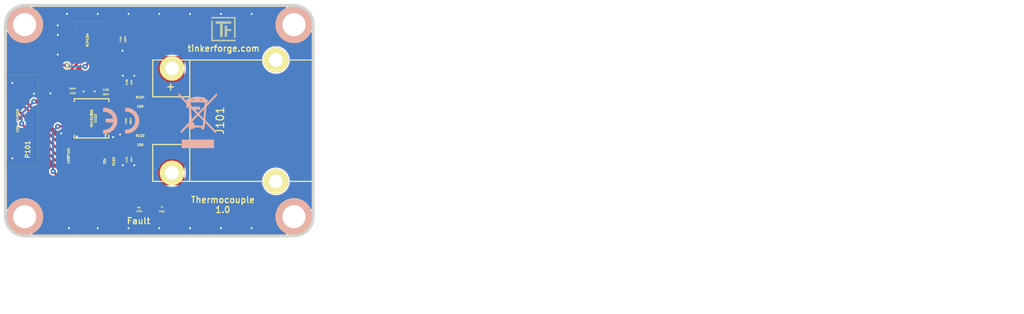
<source format=kicad_pcb>
(kicad_pcb (version 20221018) (generator pcbnew)
  (title_block (title "Thermocouple Bricklet") (date "Do 30 Jul 2015") (rev "1.0") (company "Tinkerforge GmbH") (comment 1 "Licensed under CERN OHL v.1.1") (comment 2 "Copyright (©) 2015, B.Nordmeyer <bastian@tinkerforge.com>"))
  (layers (0 "F.Cu" signal "Vorderseite") (31 "B.Cu" signal "Rückseite") (34 "B.Paste" user) (35 "F.Paste" user) (36 "B.SilkS" user "B.Silkscreen") (37 "F.SilkS" user "F.Silkscreen") (38 "B.Mask" user) (39 "F.Mask" user) (44 "Edge.Cuts" user))
  (net 0 "")
  (net 1 "GND")
  (net 2 "VCC")
  (net 3 "Net-(C104-Pad1)")
  (net 4 "Net-(C105-Pad1)")
  (net 5 "Net-(D101-Pad1)")
  (net 6 "Net-(D101-Pad2)")
  (net 7 "Net-(J101-Pad2)")
  (net 8 "Net-(P101-Pad4)")
  (net 9 "Net-(P101-Pad5)")
  (net 10 "Net-(P101-Pad6)")
  (net 11 "Net-(P101-Pad7)")
  (net 12 "Net-(P101-Pad8)")
  (net 13 "Net-(P101-Pad9)")
  (net 14 "Net-(P101-Pad10)")
  (net 15 "Net-(R102-Pad2)")
  (net 16 "Net-(RP101-Pad1)")
  (net 17 "Net-(RP101-Pad2)")
  (net 18 "Net-(RP101-Pad3)")
  (net 19 "Net-(RP101-Pad4)")
  (net 20 "Net-(J101-Pad1)")
  (footprint "kicad-libraries:Fiducial_Mark" (layer "F.Cu") (at 157.125 152.925)
    (fp_text reference "Fiducial_Mark" hide)
    (fp_text value "VAL**" hide)
    (pad "1" smd circle (at 0 0) (size 1.00076 1.00076) (layers "F.Cu" "F.Mask") (clearance 0.65024))
  )
  (footprint "kicad-libraries:Fiducial_Mark" (layer "F.Cu") (at 183.125 127.425)
    (fp_text reference "Fiducial_Mark" hide)
    (fp_text value "VAL**" hide)
    (pad "1" smd circle (at 0 0) (size 1.00076 1.00076) (layers "F.Cu" "F.Mask") (clearance 0.65024))
  )
  (footprint "kicad-libraries:Fiducial_Mark" (layer "F.Cu") (at 183.125 152.425)
    (fp_text reference "Fiducial_Mark" hide)
    (fp_text value "VAL**" hide)
    (pad "1" smd circle (at 0 0) (size 1.00076 1.00076) (layers "F.Cu" "F.Mask") (clearance 0.65024))
  )
  (footprint "kicad-libraries:0603" (layer "F.Cu") (at 165.325 129.275 -90)
    (fp_text reference "C101" (at 0.05 0.225 270) (layer "F.SilkS") (effects (font (size 0.2 0.2) (thickness 0.05))))
    (fp_text value "100nF" (at 0.05 -0.375 270) (layer "F.SilkS") (effects (font (size 0.2 0.2) (thickness 0.05))))
    (pad "1" smd rect (at -0.8001 0 270) (size 0.8001 0.8001) (layers "F.Cu" "F.Paste" "F.Mask") (net 2 "VCC"))
    (pad "2" smd rect (at 0.8001 0 270) (size 0.8001 0.8001) (layers "F.Cu" "F.Paste" "F.Mask") (net 1 "GND"))
  )
  (footprint "kicad-libraries:0603" (layer "F.Cu") (at 158.825 136.125)
    (fp_text reference "C102" (at 0.05 0.225) (layer "F.SilkS") (effects (font (size 0.2 0.2) (thickness 0.05))))
    (fp_text value "100nF" (at 0.05 -0.375) (layer "F.SilkS") (effects (font (size 0.2 0.2) (thickness 0.05))))
    (pad "1" smd rect (at -0.8001 0) (size 0.8001 0.8001) (layers "F.Cu" "F.Paste" "F.Mask") (net 2 "VCC"))
    (pad "2" smd rect (at 0.8001 0) (size 0.8001 0.8001) (layers "F.Cu" "F.Paste" "F.Mask") (net 1 "GND"))
  )
  (footprint "kicad-libraries:0603" (layer "F.Cu") (at 163.225 136.125 180)
    (fp_text reference "C103" (at 0.05 0.225 180) (layer "F.SilkS") (effects (font (size 0.2 0.2) (thickness 0.05))))
    (fp_text value "100nF" (at 0.05 -0.375 180) (layer "F.SilkS") (effects (font (size 0.2 0.2) (thickness 0.05))))
    (pad "1" smd rect (at -0.8001 0 180) (size 0.8001 0.8001) (layers "F.Cu" "F.Paste" "F.Mask") (net 2 "VCC"))
    (pad "2" smd rect (at 0.8001 0 180) (size 0.8001 0.8001) (layers "F.Cu" "F.Paste" "F.Mask") (net 1 "GND"))
  )
  (footprint "kicad-libraries:0603" (layer "F.Cu") (at 166.125 144.925 -90)
    (fp_text reference "C104" (at 0.05 0.225 270) (layer "F.SilkS") (effects (font (size 0.2 0.2) (thickness 0.05))))
    (fp_text value "10nF" (at 0.05 -0.375 270) (layer "F.SilkS") (effects (font (size 0.2 0.2) (thickness 0.05))))
    (pad "1" smd rect (at -0.8001 0 270) (size 0.8001 0.8001) (layers "F.Cu" "F.Paste" "F.Mask") (net 3 "Net-(C104-Pad1)"))
    (pad "2" smd rect (at 0.8001 0 270) (size 0.8001 0.8001) (layers "F.Cu" "F.Paste" "F.Mask") (net 1 "GND"))
  )
  (footprint "kicad-libraries:0603" (layer "F.Cu") (at 166.025 139.925 -90)
    (fp_text reference "C105" (at 0.05 0.225 270) (layer "F.SilkS") (effects (font (size 0.2 0.2) (thickness 0.05))))
    (fp_text value "100nF" (at 0.05 -0.375 270) (layer "F.SilkS") (effects (font (size 0.2 0.2) (thickness 0.05))))
    (pad "1" smd rect (at -0.8001 0 270) (size 0.8001 0.8001) (layers "F.Cu" "F.Paste" "F.Mask") (net 4 "Net-(C105-Pad1)"))
    (pad "2" smd rect (at 0.8001 0 270) (size 0.8001 0.8001) (layers "F.Cu" "F.Paste" "F.Mask") (net 3 "Net-(C104-Pad1)"))
  )
  (footprint "kicad-libraries:0603" (layer "F.Cu") (at 166.125 134.875 -90)
    (fp_text reference "C106" (at 0.05 0.225 270) (layer "F.SilkS") (effects (font (size 0.2 0.2) (thickness 0.05))))
    (fp_text value "10nF" (at 0.05 -0.375 270) (layer "F.SilkS") (effects (font (size 0.2 0.2) (thickness 0.05))))
    (pad "1" smd rect (at -0.8001 0 270) (size 0.8001 0.8001) (layers "F.Cu" "F.Paste" "F.Mask") (net 1 "GND"))
    (pad "2" smd rect (at 0.8001 0 270) (size 0.8001 0.8001) (layers "F.Cu" "F.Paste" "F.Mask") (net 4 "Net-(C105-Pad1)"))
  )
  (footprint "kicad-libraries:D0603" (layer "F.Cu") (at 167.525 151.525 180)
    (fp_text reference "D101" (at -0.025 -0.2 180) (layer "F.SilkS") (effects (font (size 0.2 0.2) (thickness 0.05))))
    (fp_text value "red" (at 0.075 0.3 180) (layer "F.SilkS") (effects (font (size 0.2 0.2) (thickness 0.05))))
    (pad "1" smd rect (at -0.8001 0 180) (size 0.8001 0.8001) (layers "F.Cu" "F.Paste" "F.Mask") (net 5 "Net-(D101-Pad1)"))
    (pad "2" smd rect (at 0.8001 0 180) (size 0.8001 0.8001) (layers "F.Cu" "F.Paste" "F.Mask") (net 6 "Net-(D101-Pad2)"))
  )
  (footprint "kicad-libraries:PCC_SMP" (layer "F.Cu") (at 178.525 139.925 -90)
    (fp_text reference "J101" (at 0 0.5 270) (layer "F.SilkS"))
    (fp_text value "THERM")
    (fp_text user "+" (at -4.4 7 270) (layer "F.SilkS"))
    (pad "" thru_hole circle (at -7.9 -6.75 270) (size 3.2 3.2) (drill 1.77) (layers "*.Cu" "*.Mask" "F.SilkS"))
    (pad "" thru_hole circle (at 7.9 -6.75 270) (size 3.2 3.2) (drill 1.77) (layers "*.Cu" "*.Mask" "F.SilkS"))
    (pad "1" thru_hole circle (at -6.8 6.75 270) (size 3.2 3.2) (drill 1.77) (layers "*.Cu" "*.Mask" "F.SilkS") (net 20 "Net-(J101-Pad1)"))
    (pad "2" thru_hole circle (at 6.8 6.75 270) (size 3.2 3.2) (drill 1.77) (layers "*.Cu" "*.Mask" "F.SilkS") (net 7 "Net-(J101-Pad2)"))
  )
  (footprint "kicad-libraries:CON-SENSOR" (layer "F.Cu") (at 150.125 139.925 -90)
    (fp_text reference "P101" (at 3.75 -2.9 270) (layer "F.SilkS") (effects (font (size 0.59944 0.59944) (thickness 0.12446))))
    (fp_text value "CON-SENSOR" (at 0 -1.6002 270) (layer "F.SilkS") (effects (font (size 0.29972 0.29972) (thickness 0.07112))))
    (pad "1" smd rect (at -4.50088 -4.7752 270) (size 0.59944 1.5494) (layers "F.Cu" "F.Paste" "F.Mask"))
    (pad "2" smd rect (at -3.50012 -4.7752 270) (size 0.59944 1.5494) (layers "F.Cu" "F.Paste" "F.Mask") (net 1 "GND"))
    (pad "3" smd rect (at -2.49936 -4.7752 270) (size 0.59944 1.5494) (layers "F.Cu" "F.Paste" "F.Mask") (net 2 "VCC"))
    (pad "4" smd rect (at -1.50114 -4.7752 270) (size 0.59944 1.5494) (layers "F.Cu" "F.Paste" "F.Mask") (net 8 "Net-(P101-Pad4)"))
    (pad "5" smd rect (at -0.50038 -4.7752 270) (size 0.59944 1.5494) (layers "F.Cu" "F.Paste" "F.Mask") (net 9 "Net-(P101-Pad5)"))
    (pad "6" smd rect (at 0.50038 -4.7752 270) (size 0.59944 1.5494) (layers "F.Cu" "F.Paste" "F.Mask") (net 10 "Net-(P101-Pad6)"))
    (pad "7" smd rect (at 1.50114 -4.7752 270) (size 0.59944 1.5494) (layers "F.Cu" "F.Paste" "F.Mask") (net 11 "Net-(P101-Pad7)"))
    (pad "8" smd rect (at 2.49936 -4.7752 270) (size 0.59944 1.5494) (layers "F.Cu" "F.Paste" "F.Mask") (net 12 "Net-(P101-Pad8)"))
    (pad "9" smd rect (at 3.50012 -4.7752 270) (size 0.59944 1.5494) (layers "F.Cu" "F.Paste" "F.Mask") (net 13 "Net-(P101-Pad9)"))
    (pad "10" smd rect (at 4.50088 -4.7752 270) (size 0.59944 1.5494) (layers "F.Cu" "F.Paste" "F.Mask") (net 14 "Net-(P101-Pad10)"))
    (pad "EP" smd rect (at -5.79882 -0.89916 270) (size 1.19888 1.80086) (layers "F.Cu" "F.Paste" "F.Mask") (net 1 "GND"))
    (pad "EP" smd rect (at 5.79882 -0.89916 270) (size 1.19888 1.80086) (layers "F.Cu" "F.Paste" "F.Mask") (net 1 "GND"))
  )
  (footprint "kicad-libraries:0603" (layer "F.Cu") (at 170.425 151.525)
    (fp_text reference "R101" (at 0.05 0.225) (layer "F.SilkS") (effects (font (size 0.2 0.2) (thickness 0.05))))
    (fp_text value "1k" (at 0.05 -0.375) (layer "F.SilkS") (effects (font (size 0.2 0.2) (thickness 0.05))))
    (pad "1" smd rect (at -0.8001 0) (size 0.8001 0.8001) (layers "F.Cu" "F.Paste" "F.Mask") (net 5 "Net-(D101-Pad1)"))
    (pad "2" smd rect (at 0.8001 0) (size 0.8001 0.8001) (layers "F.Cu" "F.Paste" "F.Mask") (net 2 "VCC"))
  )
  (footprint "kicad-libraries:1206" (layer "F.Cu") (at 163.675 145.225 90)
    (fp_text reference "R102" (at 0 0.5375 90) (layer "F.SilkS") (effects (font (size 0.3 0.3) (thickness 0.075))))
    (fp_text value "20k" (at 0 -0.65 90) (layer "F.SilkS") (effects (font (size 0.3 0.3) (thickness 0.075))))
    (pad "1" smd rect (at -1.50114 0 90) (size 1.00076 1.6002) (layers "F.Cu" "F.Paste" "F.Mask") (net 7 "Net-(J101-Pad2)"))
    (pad "2" smd rect (at 1.50114 0 90) (size 1.00076 1.6002) (layers "F.Cu" "F.Paste" "F.Mask") (net 15 "Net-(R102-Pad2)"))
  )
  (footprint "kicad-libraries:1206" (layer "F.Cu") (at 167.625 142.425 180)
    (fp_text reference "R103" (at 0 0.5375 180) (layer "F.SilkS") (effects (font (size 0.3 0.3) (thickness 0.075))))
    (fp_text value "100" (at 0 -0.65 180) (layer "F.SilkS") (effects (font (size 0.3 0.3) (thickness 0.075))))
    (pad "1" smd rect (at -1.50114 0 180) (size 1.00076 1.6002) (layers "F.Cu" "F.Paste" "F.Mask") (net 7 "Net-(J101-Pad2)"))
    (pad "2" smd rect (at 1.50114 0 180) (size 1.00076 1.6002) (layers "F.Cu" "F.Paste" "F.Mask") (net 3 "Net-(C104-Pad1)"))
  )
  (footprint "kicad-libraries:1206" (layer "F.Cu") (at 167.625 137.425 180)
    (fp_text reference "R104" (at 0 0.5375 180) (layer "F.SilkS") (effects (font (size 0.3 0.3) (thickness 0.075))))
    (fp_text value "100" (at 0 -0.65 180) (layer "F.SilkS") (effects (font (size 0.3 0.3) (thickness 0.075))))
    (pad "1" smd rect (at -1.50114 0 180) (size 1.00076 1.6002) (layers "F.Cu" "F.Paste" "F.Mask") (net 20 "Net-(J101-Pad1)"))
    (pad "2" smd rect (at 1.50114 0 180) (size 1.00076 1.6002) (layers "F.Cu" "F.Paste" "F.Mask") (net 4 "Net-(C105-Pad1)"))
  )
  (footprint "kicad-libraries:0603X4" (layer "F.Cu") (at 158.325 144.125 -90)
    (fp_text reference "RP101" (at 0 0 270) (layer "F.SilkS") (effects (font (size 0.29972 0.29972) (thickness 0.0762))))
    (fp_text value "100" (at 1.00076 0 270) (layer "F.SilkS") (effects (font (size 0.29972 0.29972) (thickness 0.0762))))
    (pad "1" smd rect (at 1.19888 -0.8509 270) (size 0.44958 0.89916) (layers "F.Cu" "F.Paste" "F.Mask") (net 16 "Net-(RP101-Pad1)"))
    (pad "2" smd rect (at 0.39878 -0.8509 270) (size 0.44958 0.89916) (layers "F.Cu" "F.Paste" "F.Mask") (net 17 "Net-(RP101-Pad2)"))
    (pad "3" smd rect (at -0.39878 -0.8509 270) (size 0.44958 0.89916) (layers "F.Cu" "F.Paste" "F.Mask") (net 18 "Net-(RP101-Pad3)"))
    (pad "4" smd rect (at -1.19888 -0.8509 270) (size 0.44958 0.89916) (layers "F.Cu" "F.Paste" "F.Mask") (net 19 "Net-(RP101-Pad4)"))
    (pad "5" smd rect (at -1.19888 0.8509 270) (size 0.44958 0.89916) (layers "F.Cu" "F.Paste" "F.Mask") (net 11 "Net-(P101-Pad7)"))
    (pad "6" smd rect (at -0.39878 0.8509 270) (size 0.44958 0.89916) (layers "F.Cu" "F.Paste" "F.Mask") (net 12 "Net-(P101-Pad8)"))
    (pad "7" smd rect (at 0.39878 0.8509 270) (size 0.44958 0.89916) (layers "F.Cu" "F.Paste" "F.Mask") (net 13 "Net-(P101-Pad9)"))
    (pad "8" smd rect (at 1.19888 0.8509 270) (size 0.44958 0.89916) (layers "F.Cu" "F.Paste" "F.Mask") (net 14 "Net-(P101-Pad10)"))
  )
  (footprint "kicad-libraries:SOIC8" (layer "F.Cu") (at 160.775 129.425 -90)
    (fp_text reference "U101" (at 3.29946 2.60096 270) (layer "F.SilkS") (effects (font (size 0.29972 0.29972) (thickness 0.0762))))
    (fp_text value "M24C64" (at 0 0 270) (layer "F.SilkS") (effects (font (size 0.29972 0.29972) (thickness 0.0762))))
    (pad "1" smd rect (at -1.90246 2.69748 90) (size 0.59944 1.5494) (layers "F.Cu" "F.Paste" "F.Mask") (net 1 "GND"))
    (pad "2" smd rect (at -0.63246 2.69748 90) (size 0.59944 1.5494) (layers "F.Cu" "F.Paste" "F.Mask") (net 1 "GND"))
    (pad "3" smd rect (at 0.63246 2.69748 90) (size 0.59944 1.5494) (layers "F.Cu" "F.Paste" "F.Mask") (net 10 "Net-(P101-Pad6)"))
    (pad "4" smd rect (at 1.90246 2.69748 90) (size 0.59944 1.5494) (layers "F.Cu" "F.Paste" "F.Mask") (net 1 "GND"))
    (pad "5" smd rect (at 1.90246 -2.69748 270) (size 0.59944 1.5494) (layers "F.Cu" "F.Paste" "F.Mask") (net 9 "Net-(P101-Pad5)"))
    (pad "6" smd rect (at 0.63246 -2.69748 270) (size 0.59944 1.5494) (layers "F.Cu" "F.Paste" "F.Mask") (net 8 "Net-(P101-Pad4)"))
    (pad "7" smd rect (at -0.63246 -2.69748 270) (size 0.59944 1.5494) (layers "F.Cu" "F.Paste" "F.Mask"))
    (pad "8" smd rect (at -1.90246 -2.69748 270) (size 0.59944 1.5494) (layers "F.Cu" "F.Paste" "F.Mask") (net 2 "VCC"))
  )
  (footprint "kicad-libraries:TSSOP14" (layer "F.Cu") (at 161.325 139.625 90)
    (fp_text reference "U102" (at 0 0.50038 90) (layer "F.SilkS") (effects (font (size 0.29972 0.29972) (thickness 0.0762))))
    (fp_text value "MAX31856" (at 0 0 90) (layer "F.SilkS") (effects (font (size 0.29972 0.29972) (thickness 0.0762))))
    (pad "1" smd rect (at -1.94818 2.79908 270) (size 0.29972 1.5494) (layers "F.Cu" "F.Paste" "F.Mask") (net 1 "GND"))
    (pad "2" smd rect (at -1.29794 2.79908 270) (size 0.29972 1.5494) (layers "F.Cu" "F.Paste" "F.Mask") (net 15 "Net-(R102-Pad2)"))
    (pad "3" smd rect (at -0.6477 2.79908 270) (size 0.29972 1.5494) (layers "F.Cu" "F.Paste" "F.Mask") (net 3 "Net-(C104-Pad1)"))
    (pad "4" smd rect (at 0 2.79908 270) (size 0.29972 1.5494) (layers "F.Cu" "F.Paste" "F.Mask") (net 4 "Net-(C105-Pad1)"))
    (pad "5" smd rect (at 0.6477 2.79908 270) (size 0.29972 1.5494) (layers "F.Cu" "F.Paste" "F.Mask") (net 2 "VCC"))
    (pad "6" smd rect (at 1.29794 2.79908 270) (size 0.29972 1.5494) (layers "F.Cu" "F.Paste" "F.Mask"))
    (pad "7" smd rect (at 1.94818 2.79908 270) (size 0.29972 1.5494) (layers "F.Cu" "F.Paste" "F.Mask"))
    (pad "8" smd rect (at 1.94818 -2.79908 90) (size 0.29972 1.5494) (layers "F.Cu" "F.Paste" "F.Mask") (net 2 "VCC"))
    (pad "9" smd rect (at 1.29794 -2.79908 90) (size 0.29972 1.5494) (layers "F.Cu" "F.Paste" "F.Mask") (net 16 "Net-(RP101-Pad1)"))
    (pad "10" smd rect (at 0.6477 -2.79908 90) (size 0.29972 1.5494) (layers "F.Cu" "F.Paste" "F.Mask") (net 17 "Net-(RP101-Pad2)"))
    (pad "11" smd rect (at 0 -2.79908 90) (size 0.29972 1.5494) (layers "F.Cu" "F.Paste" "F.Mask") (net 18 "Net-(RP101-Pad3)"))
    (pad "12" smd rect (at -0.6477 -2.79908 90) (size 0.29972 1.5494) (layers "F.Cu" "F.Paste" "F.Mask") (net 19 "Net-(RP101-Pad4)"))
    (pad "13" smd rect (at -1.29794 -2.79908 90) (size 0.29972 1.5494) (layers "F.Cu" "F.Paste" "F.Mask") (net 6 "Net-(D101-Pad2)"))
    (pad "14" smd rect (at -1.94818 -2.79908 90) (size 0.29972 1.5494) (layers "F.Cu" "F.Paste" "F.Mask") (net 1 "GND"))
  )
  (footprint "kicad-libraries:DRILL_NP" (layer "F.Cu") (at 152.625 127.425)
    (fp_text reference "U103" hide)
    (fp_text value "DRILL" hide)
    (pad "" np_thru_hole circle (at 0 0) (size 2.99974 2.99974) (drill 2.99974) (layers "*.Cu" "*.Mask" "F.SilkS") (clearance 0.89916))
  )
  (footprint "kicad-libraries:DRILL_NP" (layer "F.Cu") (at 152.625 152.425)
    (fp_text reference "U104" hide)
    (fp_text value "DRILL" hide)
    (pad "" np_thru_hole circle (at 0 0) (size 2.99974 2.99974) (drill 2.99974) (layers "*.Cu" "*.Mask" "F.SilkS") (clearance 0.89916))
  )
  (footprint "kicad-libraries:DRILL_NP" (layer "F.Cu") (at 187.625 152.425)
    (fp_text reference "U105" hide)
    (fp_text value "DRILL" hide)
    (pad "" np_thru_hole circle (at 0 0) (size 2.99974 2.99974) (drill 2.99974) (layers "*.Cu" "*.Mask" "F.SilkS") (clearance 0.89916))
  )
  (footprint "kicad-libraries:DRILL_NP" (layer "F.Cu") (at 187.625 127.425)
    (fp_text reference "U106" hide)
    (fp_text value "DRILL" hide)
    (pad "" np_thru_hole circle (at 0 0) (size 2.99974 2.99974) (drill 2.99974) (layers "*.Cu" "*.Mask" "F.SilkS") (clearance 0.89916))
  )
  (footprint "kicad-libraries:Logo_31x31" (layer "F.Cu") (at 176.875 126.425)
    (fp_text reference "G***" hide)
    (fp_text value "Logo_31x31" hide)
  )
  (footprint "kicad-libraries:CE_5mm" (layer "B.Cu") (at 165.125 139.925 180)
    (fp_text reference "VAL" hide)
    (fp_text value "CE_5mm" hide)
  )
  (footprint "kicad-libraries:WEEE_7mm" (layer "B.Cu") (at 175.125 139.925 180)
    (fp_text reference "G***" hide)
    (fp_text value "LOGO" hide)
  )
  (gr_line (start 187.625 154.925) (end 152.625 154.925) (stroke (width 0.381)) (layer "Edge.Cuts"))
  (gr_arc (start 190.125 152.425) (mid 189.392767 154.192767) (end 187.625 154.925) (stroke (width 0.381)) (layer "Edge.Cuts"))
  (gr_arc (start 150.125 127.425) (mid 150.857233 125.657233) (end 152.625 124.925) (stroke (width 0.381)) (layer "Edge.Cuts"))
  (gr_line (start 190.125 127.425) (end 190.125 152.425) (stroke (width 0.381)) (layer "Edge.Cuts"))
  (gr_arc (start 187.625 124.925) (mid 189.392767 125.657233) (end 190.125 127.425) (stroke (width 0.381)) (layer "Edge.Cuts"))
  (gr_line (start 150.125 152.425) (end 150.125 127.425) (stroke (width 0.381)) (layer "Edge.Cuts"))
  (gr_line (start 152.625 124.925) (end 187.625 124.925) (stroke (width 0.381)) (layer "Edge.Cuts"))
  (gr_arc (start 152.625 154.925) (mid 150.857233 154.192767) (end 150.125 152.425) (stroke (width 0.381)) (layer "Edge.Cuts"))
  (gr_text "Thermocouple\n1.0" (at 178.375 150.875) (layer "F.SilkS") (effects (font (size 0.8 0.8))))
  (gr_text "tinkerforge.com" (at 178.475 130.525) (layer "F.SilkS") (effects (font (size 0.8001 0.8001) (thickness 0.14986))))
  (gr_text "Fault" (at 167.425 152.975) (layer "F.SilkS") (effects (font (size 0.8 0.8) (thickness 0.14986))))
  (segment (start 159.02318 141.57318) (end 159.425 141.975) (width 0.29972) (layer "F.Cu") (net 1))
  (segment (start 157.37682 141.57318) (end 157.375 141.575) (width 0.29972) (layer "F.Cu") (net 1))
  (segment (start 155.92512 136.42488) (end 155.975 136.375) (width 0.29972) (layer "F.Cu") (net 1))
  (segment (start 153.82512 136.42488) (end 153.825 136.425) (width 0.29972) (layer "F.Cu") (net 1))
  (segment (start 151.02416 144.82584) (end 151.025 144.825) (width 0.29972) (layer "F.Cu") (net 1))
  (segment (start 151.02416 135.02416) (end 151.025 135.025) (width 0.29972) (layer "F.Cu") (net 1))
  (segment (start 156.94254 128.79254) (end 156.925 128.775) (width 0.29972) (layer "F.Cu") (net 1))
  (segment (start 156.92746 127.52254) (end 156.925 127.525) (width 0.29972) (layer "F.Cu") (net 1))
  (segment (start 156.92746 131.32746) (end 156.925 131.325) (width 0.29972) (layer "F.Cu") (net 1))
  (segment (start 164.87318 141.57318) (end 165.025 141.725) (width 0.29972) (layer "F.Cu") (net 1))
  (segment (start 164.12408 142.07408) (end 164.125 142.075) (width 0.29972) (layer "F.Cu") (net 1))
  (segment (start 165.3751 145.7251) (end 165.375 145.725) (width 0.59944) (layer "F.Cu") (net 1))
  (segment (start 166.8749 145.7251) (end 166.875 145.725) (width 0.59944) (layer "F.Cu") (net 1))
  (segment (start 165.3751 134.0749) (end 165.375 134.075) (width 0.59944) (layer "F.Cu") (net 1))
  (segment (start 166.8749 134.0749) (end 166.875 134.075) (width 0.59944) (layer "F.Cu") (net 1))
  (segment (start 174.125 153.925) (end 178.125 153.925) (width 0.29972) (layer "F.Cu") (net 1))
  (segment (start 178.125 126.025) (end 182.125 126.025) (width 0.29972) (layer "F.Cu") (net 1))
  (segment (start 166.125 126.025) (end 162.125 126.025) (width 0.29972) (layer "F.Cu") (net 1))
  (segment (start 159.6251 136.125) (end 160.275 136.125) (width 0.29972) (layer "F.Cu") (net 1))
  (segment (start 158.52592 141.57318) (end 157.37682 141.57318) (width 0.29972) (layer "F.Cu") (net 1))
  (segment (start 151.02416 145.72382) (end 151.02416 144.82584) (width 0.29972) (layer "F.Cu") (net 1))
  (segment (start 164.12408 141.57318) (end 164.87318 141.57318) (width 0.29972) (layer "F.Cu") (net 1))
  (segment (start 154.9002 136.42488) (end 155.92512 136.42488) (width 0.29972) (layer "F.Cu") (net 1))
  (segment (start 166.125 153.925) (end 170.125 153.925) (width 0.29972) (layer "F.Cu") (net 1))
  (segment (start 166.125 145.7251) (end 165.3751 145.7251) (width 0.59944) (layer "F.Cu") (net 1))
  (segment (start 166.125 134.0749) (end 165.3751 134.0749) (width 0.59944) (layer "F.Cu") (net 1))
  (segment (start 158.07752 127.52254) (end 156.92746 127.52254) (width 0.29972) (layer "F.Cu") (net 1))
  (segment (start 154.9002 136.42488) (end 153.82512 136.42488) (width 0.29972) (layer "F.Cu") (net 1))
  (segment (start 165.325 130.0751) (end 165.325 130.825) (width 0.29972) (layer "F.Cu") (net 1))
  (segment (start 151.02416 134.12618) (end 151.02416 135.02416) (width 0.29972) (layer "F.Cu") (net 1))
  (segment (start 158.07752 128.79254) (end 156.94254 128.79254) (width 0.29972) (layer "F.Cu") (net 1))
  (segment (start 162.4249 136.125) (end 161.725 136.125) (width 0.29972) (layer "F.Cu") (net 1))
  (segment (start 166.125 134.0749) (end 166.8749 134.0749) (width 0.59944) (layer "F.Cu") (net 1))
  (segment (start 166.8749 145.7251) (end 166.125 145.7251) (width 0.59944) (layer "F.Cu") (net 1))
  (segment (start 170.125 126.025) (end 174.125 126.025) (width 0.29972) (layer "F.Cu") (net 1))
  (segment (start 158.07752 131.32746) (end 156.92746 131.32746) (width 0.29972) (layer "F.Cu") (net 1))
  (segment (start 164.12408 141.57318) (end 164.12408 142.07408) (width 0.29972) (layer "F.Cu") (net 1))
  (segment (start 158.52592 141.57318) (end 159.02318 141.57318) (width 0.29972) (layer "F.Cu") (net 1))
  (segment (start 158.375 153.925) (end 162.125 153.925) (width 0.29972) (layer "F.Cu") (net 1))
  (via (at 174.125 126.025) (size 0.70104) (drill 0.24892) (layers "F.Cu" "B.Cu") (net 1))
  (via (at 158.125 126.025) (size 0.70104) (drill 0.24892) (layers "F.Cu" "B.Cu") (net 1))
  (via (at 156.925 131.325) (size 0.70104) (drill 0.24892) (layers "F.Cu" "B.Cu") (net 1))
  (via (at 178.125 126.025) (size 0.70104) (drill 0.24892) (layers "F.Cu" "B.Cu") (net 1))
  (via (at 166.875 145.725) (size 0.70104) (drill 0.24892) (layers "F.Cu" "B.Cu") (net 1))
  (via (at 159.425 141.975) (size 0.70104) (drill 0.24892) (layers "F.Cu" "B.Cu") (net 1))
  (via (at 157.375 141.575) (size 0.70104) (drill 0.24892) (layers "F.Cu" "B.Cu") (net 1))
  (via (at 158.375 153.925) (size 0.70104) (drill 0.24892) (layers "F.Cu" "B.Cu") (net 1))
  (via (at 161.725 136.125) (size 0.70104) (drill 0.24892) (layers "F.Cu" "B.Cu") (net 1))
  (via (at 166.125 153.925) (size 0.70104) (drill 0.24892) (layers "F.Cu" "B.Cu") (net 1))
  (via (at 165.025 141.725) (size 0.70104) (drill 0.24892) (layers "F.Cu" "B.Cu") (net 1))
  (via (at 151.025 144.825) (size 0.70104) (drill 0.24892) (layers "F.Cu" "B.Cu") (net 1))
  (via (at 182.125 153.925) (size 0.70104) (drill 0.24892) (layers "F.Cu" "B.Cu") (net 1))
  (via (at 165.325 130.825) (size 0.70104) (drill 0.24892) (layers "F.Cu" "B.Cu") (net 1))
  (via (at 166.125 126.025) (size 0.70104) (drill 0.24892) (layers "F.Cu" "B.Cu") (net 1))
  (via (at 170.125 126.025) (size 0.70104) (drill 0.24892) (layers "F.Cu" "B.Cu") (net 1))
  (via (at 174.125 153.925) (size 0.70104) (drill 0.24892) (layers "F.Cu" "B.Cu") (net 1))
  (via (at 166.875 134.075) (size 0.70104) (drill 0.24892) (layers "F.Cu" "B.Cu") (net 1))
  (via (at 162.125 126.025) (size 0.70104) (drill 0.24892) (layers "F.Cu" "B.Cu") (net 1))
  (via (at 178.125 153.925) (size 0.70104) (drill 0.24892) (layers "F.Cu" "B.Cu") (net 1))
  (via (at 155.975 136.375) (size 0.70104) (drill 0.24892) (layers "F.Cu" "B.Cu") (net 1))
  (via (at 156.925 127.525) (size 0.70104) (drill 0.24892) (layers "F.Cu" "B.Cu") (net 1))
  (via (at 165.375 134.075) (size 0.70104) (drill 0.24892) (layers "F.Cu" "B.Cu") (net 1))
  (via (at 162.125 153.925) (size 0.70104) (drill 0.24892) (layers "F.Cu" "B.Cu") (net 1))
  (via (at 153.825 136.425) (size 0.70104) (drill 0.24892) (layers "F.Cu" "B.Cu") (net 1))
  (via (at 165.375 145.725) (size 0.70104) (drill 0.24892) (layers "F.Cu" "B.Cu") (net 1))
  (via (at 156.925 128.775) (size 0.70104) (drill 0.24892) (layers "F.Cu" "B.Cu") (net 1))
  (via (at 170.125 153.925) (size 0.70104) (drill 0.24892) (layers "F.Cu" "B.Cu") (net 1))
  (via (at 160.275 136.125) (size 0.70104) (drill 0.24892) (layers "F.Cu" "B.Cu") (net 1))
  (via (at 151.025 135.025) (size 0.70104) (drill 0.24892) (layers "F.Cu" "B.Cu") (net 1))
  (via (at 164.125 142.075) (size 0.70104) (drill 0.24892) (layers "F.Cu" "B.Cu") (net 1))
  (via (at 182.125 126.025) (size 0.70104) (drill 0.24892) (layers "F.Cu" "B.Cu") (net 1))
  (segment (start 166.875 150.675) (end 170.125 153.925) (width 0.29972) (layer "B.Cu") (net 1))
  (segment (start 166.125 153.925) (end 162.125 153.925) (width 0.29972) (layer "B.Cu") (net 1))
  (segment (start 167.875 130.825) (end 170.125 128.575) (width 0.29972) (layer "B.Cu") (net 1))
  (segment (start 170.125 128.575) (end 170.125 126.025) (width 0.29972) (layer "B.Cu") (net 1))
  (segment (start 174.125 126.025) (end 178.125 126.025) (width 0.29972) (layer "B.Cu") (net 1))
  (segment (start 162.125 126.025) (end 158.125 126.025) (width 0.29972) (layer "B.Cu") (net 1))
  (segment (start 170.125 153.925) (end 174.125 153.925) (width 0.29972) (layer "B.Cu") (net 1))
  (segment (start 182.125 153.925) (end 178.125 153.925) (width 0.29972) (layer "B.Cu") (net 1))
  (segment (start 166.875 145.725) (end 166.875 150.675) (width 0.29972) (layer "B.Cu") (net 1))
  (segment (start 170.125 126.025) (end 166.125 126.025) (width 0.29972) (layer "B.Cu") (net 1))
  (segment (start 165.325 130.825) (end 167.875 130.825) (width 0.29972) (layer "B.Cu") (net 1))
  (segment (start 158.0249 137.1758) (end 158.52592 137.67682) (width 0.29972) (layer "F.Cu") (net 2))
  (segment (start 163.2273 138.9773) (end 162.875 138.625) (width 0.29972) (layer "F.Cu") (net 2))
  (segment (start 162.875 138.625) (end 162.875 137.375) (width 0.29972) (layer "F.Cu") (net 2))
  (segment (start 162.875 137.375) (end 164.0251 136.2249) (width 0.29972) (layer "F.Cu") (net 2))
  (segment (start 164.0251 136.2249) (end 164.0251 136.125) (width 0.29972) (layer "F.Cu") (net 2))
  (segment (start 156.07436 137.42564) (end 156.725 136.775) (width 0.29972) (layer "F.Cu") (net 2))
  (segment (start 157.375 136.125) (end 158.0249 136.125) (width 0.29972) (layer "F.Cu") (net 2))
  (segment (start 156.725 136.775) (end 157.375 136.125) (width 0.29972) (layer "F.Cu") (net 2))
  (segment (start 156.725 135.625) (end 157.525 134.825) (width 0.29972) (layer "F.Cu") (net 2))
  (segment (start 157.525 134.825) (end 162.7251 134.825) (width 0.29972) (layer "F.Cu") (net 2))
  (segment (start 165.4749 128.4749) (end 166.475 129.475) (width 0.29972) (layer "F.Cu") (net 2))
  (segment (start 166.475 129.475) (end 166.475 131.0751) (width 0.29972) (layer "F.Cu") (net 2))
  (segment (start 166.475 131.0751) (end 162.7251 134.825) (width 0.29972) (layer "F.Cu") (net 2))
  (segment (start 153.82564 137.42564) (end 153.825 137.425) (width 0.29972) (layer "F.Cu") (net 2))
  (segment (start 152.225 140.325) (end 152.875 140.975) (width 0.29972) (layer "F.Cu") (net 2))
  (segment (start 152.875 140.975) (end 152.875 146.325) (width 0.29972) (layer "F.Cu") (net 2))
  (segment (start 152.875 146.325) (end 159.575 153.025) (width 0.29972) (layer "F.Cu") (net 2))
  (segment (start 159.575 153.025) (end 170.425 153.025) (width 0.29972) (layer "F.Cu") (net 2))
  (segment (start 170.425 153.025) (end 171.2251 152.2249) (width 0.29972) (layer "F.Cu") (net 2))
  (segment (start 171.2251 152.2249) (end 171.2251 151.525) (width 0.29972) (layer "F.Cu") (net 2))
  (segment (start 164.37264 127.52254) (end 165.325 128.4749) (width 0.29972) (layer "F.Cu") (net 2))
  (segment (start 164.0251 135.5251) (end 163.325 134.825) (width 0.29972) (layer "F.Cu") (net 2))
  (segment (start 163.325 134.825) (end 162.7251 134.825) (width 0.29972) (layer "F.Cu") (net 2))
  (segment (start 158.0249 136.125) (end 158.0249 137.1758) (width 0.29972) (layer "F.Cu") (net 2))
  (segment (start 154.9002 137.42564) (end 153.82564 137.42564) (width 0.29972) (layer "F.Cu") (net 2))
  (segment (start 163.47248 127.52254) (end 164.37264 127.52254) (width 0.29972) (layer "F.Cu") (net 2))
  (segment (start 164.0251 136.125) (end 164.0251 135.5251) (width 0.29972) (layer "F.Cu") (net 2))
  (segment (start 165.325 128.4749) (end 165.4749 128.4749) (width 0.29972) (layer "F.Cu") (net 2))
  (segment (start 164.12408 138.9773) (end 163.2273 138.9773) (width 0.29972) (layer "F.Cu") (net 2))
  (segment (start 156.725 136.775) (end 156.725 135.625) (width 0.29972) (layer "F.Cu") (net 2))
  (segment (start 154.9002 137.42564) (end 156.07436 137.42564) (width 0.29972) (layer "F.Cu") (net 2))
  (segment (start 154.9002 137.42564) (end 155.52436 137.42564) (width 0.29972) (layer "F.Cu") (net 2))
  (via (at 152.225 140.325) (size 0.70104) (drill 0.24892) (layers "F.Cu" "B.Cu") (net 2))
  (via (at 153.825 137.425) (size 0.70104) (drill 0.24892) (layers "F.Cu" "B.Cu") (net 2))
  (segment (start 153.825 137.425) (end 152.225 139.025) (width 0.29972) (layer "B.Cu") (net 2))
  (segment (start 152.225 139.025) (end 152.225 140.325) (width 0.29972) (layer "B.Cu") (net 2))
  (segment (start 166.12386 140.82396) (end 166.025 140.7251) (width 0.8001) (layer "F.Cu") (net 3))
  (segment (start 166.1249 142.42604) (end 166.12386 142.425) (width 0.8001) (layer "F.Cu") (net 3))
  (segment (start 165.0227 140.2727) (end 165.4751 140.7251) (width 0.29972) (layer "F.Cu") (net 3))
  (segment (start 165.4751 140.7251) (end 166.025 140.7251) (width 0.29972) (layer "F.Cu") (net 3))
  (segment (start 164.12408 140.2727) (end 165.0227 140.2727) (width 0.29972) (layer "F.Cu") (net 3))
  (segment (start 166.12386 142.425) (end 166.12386 140.82396) (width 0.8001) (layer "F.Cu") (net 3))
  (segment (start 166.1249 144.175) (end 166.1249 142.42604) (width 0.8001) (layer "F.Cu") (net 3))
  (segment (start 166.12386 139.02604) (end 166.025 139.1249) (width 0.8001) (layer "F.Cu") (net 4))
  (segment (start 166.12386 135.72604) (end 166.1249 135.725) (width 0.8001) (layer "F.Cu") (net 4))
  (segment (start 165.075 139.625) (end 165.5751 139.1249) (width 0.29972) (layer "F.Cu") (net 4))
  (segment (start 165.6251 139.1249) (end 166.025 139.1249) (width 0.29972) (layer "F.Cu") (net 4))
  (segment (start 164.12408 139.625) (end 165.075 139.625) (width 0.29972) (layer "F.Cu") (net 4))
  (segment (start 166.12386 137.425) (end 166.12386 139.02604) (width 0.8001) (layer "F.Cu") (net 4))
  (segment (start 166.12386 137.425) (end 166.12386 135.72604) (width 0.8001) (layer "F.Cu") (net 4))
  (segment (start 169.6249 151.525) (end 168.3251 151.525) (width 0.29972) (layer "F.Cu") (net 5))
  (segment (start 157.72294 140.92294) (end 157.475 140.675) (width 0.29972) (layer "F.Cu") (net 6))
  (segment (start 157.475 140.675) (end 156.925 140.675) (width 0.29972) (layer "F.Cu") (net 6))
  (segment (start 156.325 146.525) (end 161.325 151.525) (width 0.29972) (layer "F.Cu") (net 6))
  (segment (start 161.325 151.525) (end 166.7249 151.525) (width 0.29972) (layer "F.Cu") (net 6))
  (segment (start 158.52592 140.92294) (end 157.72294 140.92294) (width 0.29972) (layer "F.Cu") (net 6))
  (via (at 156.325 146.525) (size 0.70104) (drill 0.24892) (layers "F.Cu" "B.Cu") (net 6))
  (via (at 156.925 140.675) (size 0.70104) (drill 0.24892) (layers "F.Cu" "B.Cu") (net 6))
  (segment (start 156.925 140.675) (end 156.325 141.275) (width 0.29972) (layer "B.Cu") (net 6))
  (segment (start 156.325 141.275) (end 156.325 146.525) (width 0.29972) (layer "B.Cu") (net 6))
  (segment (start 171.775 144.125) (end 170.075 142.425) (width 1.50114) (layer "F.Cu") (net 7))
  (segment (start 170.075 142.425) (end 169.12614 142.425) (width 1.50114) (layer "F.Cu") (net 7))
  (segment (start 171.77386 146.72614) (end 171.775 146.725) (width 1.50114) (layer "F.Cu") (net 7))
  (segment (start 164.77614 146.72614) (end 164.775 146.725) (width 0.59944) (layer "F.Cu") (net 7))
  (segment (start 164.775 146.725) (end 171.475 146.725) (width 0.59944) (layer "F.Cu") (net 7))
  (segment (start 171.425 147.075) (end 171.775 146.725) (width 0.59944) (layer "F.Cu") (net 7))
  (segment (start 163.675 146.72614) (end 164.77614 146.72614) (width 0.59944) (layer "F.Cu") (net 7))
  (segment (start 171.775 146.725) (end 171.775 144.125) (width 1.50114) (layer "F.Cu") (net 7))
  (segment (start 153.72386 138.42386) (end 153.075 137.775) (width 0.29972) (layer "F.Cu") (net 8))
  (segment (start 153.075 137.775) (end 153.075 135.925) (width 0.29972) (layer "F.Cu") (net 8))
  (segment (start 153.075 135.925) (end 153.675 135.325) (width 0.29972) (layer "F.Cu") (net 8))
  (segment (start 153.675 135.325) (end 153.675 134.875) (width 0.29972) (layer "F.Cu") (net 8))
  (segment (start 153.675 134.875) (end 154.925 133.625) (width 0.29972) (layer "F.Cu") (net 8))
  (segment (start 154.925 133.625) (end 158.325 133.625) (width 0.29972) (layer "F.Cu") (net 8))
  (segment (start 158.325 133.625) (end 161.89254 130.05746) (width 0.29972) (layer "F.Cu") (net 8))
  (segment (start 161.89254 130.05746) (end 163.47248 130.05746) (width 0.29972) (layer "F.Cu") (net 8))
  (segment (start 154.9002 138.42386) (end 153.72386 138.42386) (width 0.29972) (layer "F.Cu") (net 8))
  (segment (start 153.92462 139.42462) (end 152.525 138.025) (width 0.29972) (layer "F.Cu") (net 9))
  (segment (start 152.525 138.025) (end 152.525 135.675) (width 0.29972) (layer "F.Cu") (net 9))
  (segment (start 152.525 135.675) (end 153.125 135.075) (width 0.29972) (layer "F.Cu") (net 9))
  (segment (start 153.125 135.075) (end 153.125 134.625) (width 0.29972) (layer "F.Cu") (net 9))
  (segment (start 153.125 134.625) (end 155.025 132.725) (width 0.29972) (layer "F.Cu") (net 9))
  (segment (start 155.025 132.725) (end 158.125 132.725) (width 0.29972) (layer "F.Cu") (net 9))
  (segment (start 160.475 132.875) (end 162.02254 131.32746) (width 0.29972) (layer "F.Cu") (net 9))
  (segment (start 162.02254 131.32746) (end 163.47248 131.32746) (width 0.29972) (layer "F.Cu") (net 9))
  (segment (start 154.9002 139.42462) (end 153.92462 139.42462) (width 0.29972) (layer "F.Cu") (net 9))
  (via (at 158.125 132.725) (size 0.70104) (drill 0.24892) (layers "F.Cu" "B.Cu") (net 9))
  (via (at 160.475 132.875) (size 0.70104) (drill 0.24892) (layers "F.Cu" "B.Cu") (net 9))
  (segment (start 158.125 132.725) (end 158.275 132.875) (width 0.29972) (layer "B.Cu") (net 9))
  (segment (start 158.275 132.875) (end 160.475 132.875) (width 0.29972) (layer "B.Cu") (net 9))
  (segment (start 153.62538 140.42538) (end 151.825 138.625) (width 0.29972) (layer "F.Cu") (net 10))
  (segment (start 151.825 138.625) (end 151.825 135.375) (width 0.29972) (layer "F.Cu") (net 10))
  (segment (start 151.825 135.375) (end 152.575 134.625) (width 0.29972) (layer "F.Cu") (net 10))
  (segment (start 152.575 134.625) (end 152.575 133.025) (width 0.29972) (layer "F.Cu") (net 10))
  (segment (start 152.575 133.025) (end 155.54254 130.05746) (width 0.29972) (layer "F.Cu") (net 10))
  (segment (start 155.54254 130.05746) (end 158.07752 130.05746) (width 0.29972) (layer "F.Cu") (net 10))
  (segment (start 154.9002 140.42538) (end 153.62538 140.42538) (width 0.29972) (layer "F.Cu") (net 10))
  (segment (start 154.9002 140.42538) (end 154.89982 140.425) (width 0.29972) (layer "F.Cu") (net 10))
  (segment (start 155.62614 141.42614) (end 157.12612 142.92612) (width 0.29972) (layer "F.Cu") (net 11))
  (segment (start 157.12612 142.92612) (end 157.4741 142.92612) (width 0.29972) (layer "F.Cu") (net 11))
  (segment (start 154.9002 141.42614) (end 155.62614 141.42614) (width 0.29972) (layer "F.Cu") (net 11))
  (segment (start 157.02622 143.72622) (end 155.72436 142.42436) (width 0.29972) (layer "F.Cu") (net 12))
  (segment (start 155.72436 142.42436) (end 154.9002 142.42436) (width 0.29972) (layer "F.Cu") (net 12))
  (segment (start 157.4741 143.72622) (end 157.02622 143.72622) (width 0.29972) (layer "F.Cu") (net 12))
  (segment (start 155.82512 143.42512) (end 156.92378 144.52378) (width 0.29972) (layer "F.Cu") (net 13))
  (segment (start 156.92378 144.52378) (end 157.4741 144.52378) (width 0.29972) (layer "F.Cu") (net 13))
  (segment (start 154.9002 143.42512) (end 155.82512 143.42512) (width 0.29972) (layer "F.Cu") (net 13))
  (segment (start 156.87388 145.32388) (end 155.97588 144.42588) (width 0.29972) (layer "F.Cu") (net 14))
  (segment (start 155.97588 144.42588) (end 154.9002 144.42588) (width 0.29972) (layer "F.Cu") (net 14))
  (segment (start 157.4741 145.32388) (end 156.87388 145.32388) (width 0.29972) (layer "F.Cu") (net 14))
  (segment (start 163.12706 140.92294) (end 162.775 141.275) (width 0.59944) (layer "F.Cu") (net 15))
  (segment (start 162.775 141.275) (end 162.775 142.82386) (width 0.59944) (layer "F.Cu") (net 15))
  (segment (start 162.775 142.82386) (end 163.675 143.72386) (width 0.59944) (layer "F.Cu") (net 15))
  (segment (start 164.12408 140.92294) (end 163.12706 140.92294) (width 0.29972) (layer "F.Cu") (net 15))
  (segment (start 159.97612 145.32388) (end 161.875 143.425) (width 0.29972) (layer "F.Cu") (net 16))
  (segment (start 161.875 143.425) (end 161.875 140.125) (width 0.29972) (layer "F.Cu") (net 16))
  (segment (start 161.875 140.125) (end 160.07706 138.32706) (width 0.29972) (layer "F.Cu") (net 16))
  (segment (start 160.07706 138.32706) (end 158.52592 138.32706) (width 0.29972) (layer "F.Cu") (net 16))
  (segment (start 159.1759 145.32388) (end 159.97612 145.32388) (width 0.29972) (layer "F.Cu") (net 16))
  (segment (start 159.9273 138.9773) (end 161.325 140.375) (width 0.29972) (layer "F.Cu") (net 17))
  (segment (start 161.325 140.375) (end 161.325 143.125) (width 0.29972) (layer "F.Cu") (net 17))
  (segment (start 161.325 143.125) (end 159.92622 144.52378) (width 0.29972) (layer "F.Cu") (net 17))
  (segment (start 159.92622 144.52378) (end 159.1759 144.52378) (width 0.29972) (layer "F.Cu") (net 17))
  (segment (start 158.52592 138.9773) (end 159.9273 138.9773) (width 0.29972) (layer "F.Cu") (net 17))
  (segment (start 159.77378 143.72622) (end 160.775 142.725) (width 0.29972) (layer "F.Cu") (net 18))
  (segment (start 160.775 142.725) (end 160.775 140.675) (width 0.29972) (layer "F.Cu") (net 18))
  (segment (start 160.775 140.675) (end 159.725 139.625) (width 0.29972) (layer "F.Cu") (net 18))
  (segment (start 159.725 139.625) (end 158.52592 139.625) (width 0.29972) (layer "F.Cu") (net 18))
  (segment (start 159.1759 143.72622) (end 159.77378 143.72622) (width 0.29972) (layer "F.Cu") (net 18))
  (segment (start 159.5727 140.2727) (end 160.175 140.875) (width 0.29972) (layer "F.Cu") (net 19))
  (segment (start 160.175 140.875) (end 160.175 142.475) (width 0.29972) (layer "F.Cu") (net 19))
  (segment (start 160.175 142.475) (end 159.72388 142.92612) (width 0.29972) (layer "F.Cu") (net 19))
  (segment (start 159.72388 142.92612) (end 159.1759 142.92612) (width 0.29972) (layer "F.Cu") (net 19))
  (segment (start 158.52592 140.2727) (end 159.5727 140.2727) (width 0.29972) (layer "F.Cu") (net 19))
  (segment (start 171.775 135.825) (end 170.175 137.425) (width 1.50114) (layer "F.Cu") (net 20))
  (segment (start 170.175 137.425) (end 169.12614 137.425) (width 1.50114) (layer "F.Cu") (net 20))
  (segment (start 171.775 133.125) (end 171.775 135.825) (width 1.50114) (layer "F.Cu") (net 20))
  (zone (net 20) (net_name "Net-(J101-Pad1)") (layer "F.Cu") (connect_pads yes (clearance 0.15)) (min_thickness 0.15) (fill yes (thermal_gap 0.2) (thermal_bridge_width 0.2))
    (polygon (pts (xy 173.375 131.525) (xy 173.375 138.225) (xy 168.625 138.225) (xy 168.625 131.525)))
  )
  (zone (net 7) (net_name "Net-(J101-Pad2)") (layer "F.Cu") (connect_pads yes (clearance 0.15)) (min_thickness 0.15) (fill yes (thermal_gap 0.2) (thermal_bridge_width 0.2))
    (polygon (pts (xy 173.375 148.325) (xy 173.375 141.625) (xy 168.625 141.625) (xy 168.625 148.325)))
  )
  (zone (net 4) (net_name "Net-(C105-Pad1)") (layer "F.Cu") (connect_pads yes (clearance 0.15)) (min_thickness 0.15) (fill yes (thermal_gap 0.2) (thermal_bridge_width 0.2))
    (polygon (pts (xy 165.275 139.775) (xy 165.275 135.325) (xy 166.725 135.275) (xy 166.725 139.775)))
  )
  (zone (net 3) (net_name "Net-(C104-Pad1)") (layer "F.Cu") (connect_pads yes (clearance 0.15)) (min_thickness 0.15) (fill yes (thermal_gap 0.2) (thermal_bridge_width 0.2))
    (polygon (pts (xy 165.275 140.075) (xy 166.725 140.075) (xy 166.775 144.575) (xy 165.275 144.575)))
  )
  (zone (net 1) (net_name "GND") (layer "F.Cu") (connect_pads (clearance 0.15)) (min_thickness 0.15) (fill yes (thermal_gap 0.2) (thermal_bridge_width 0.2))
    (polygon (pts (xy 190.125 154.925) (xy 150.125 154.925) (xy 150.125 124.925) (xy 190.125 124.925)))
    (polygon (pts (xy 173.575 148.525) (xy 173.575 131.325) (xy 168.425 131.325) (xy 168.425 134.475) (xy 165.075 134.475) (xy 165.075 145.325) (xy 168.425 145.325) (xy 168.425 148.525)))
  )
  (zone (net 1) (net_name "GND") (layer "B.Cu") (connect_pads yes (clearance 0.15)) (min_thickness 0.15) (fill yes (thermal_gap 0.2) (thermal_bridge_width 0.2))
    (polygon (pts (xy 150.125 124.925) (xy 190.125 124.925) (xy 190.125 154.925) (xy 150.125 154.925)))
  )
)
</source>
